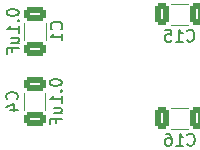
<source format=gbr>
G04 #@! TF.GenerationSoftware,KiCad,Pcbnew,9.0.1*
G04 #@! TF.CreationDate,2025-04-20T18:42:32-04:00*
G04 #@! TF.ProjectId,t41_2_power_amplifier,7434315f-325f-4706-9f77-65725f616d70,rev?*
G04 #@! TF.SameCoordinates,Original*
G04 #@! TF.FileFunction,Legend,Bot*
G04 #@! TF.FilePolarity,Positive*
%FSLAX46Y46*%
G04 Gerber Fmt 4.6, Leading zero omitted, Abs format (unit mm)*
G04 Created by KiCad (PCBNEW 9.0.1) date 2025-04-20 18:42:32*
%MOMM*%
%LPD*%
G01*
G04 APERTURE LIST*
G04 Aperture macros list*
%AMRoundRect*
0 Rectangle with rounded corners*
0 $1 Rounding radius*
0 $2 $3 $4 $5 $6 $7 $8 $9 X,Y pos of 4 corners*
0 Add a 4 corners polygon primitive as box body*
4,1,4,$2,$3,$4,$5,$6,$7,$8,$9,$2,$3,0*
0 Add four circle primitives for the rounded corners*
1,1,$1+$1,$2,$3*
1,1,$1+$1,$4,$5*
1,1,$1+$1,$6,$7*
1,1,$1+$1,$8,$9*
0 Add four rect primitives between the rounded corners*
20,1,$1+$1,$2,$3,$4,$5,0*
20,1,$1+$1,$4,$5,$6,$7,0*
20,1,$1+$1,$6,$7,$8,$9,0*
20,1,$1+$1,$8,$9,$2,$3,0*%
G04 Aperture macros list end*
%ADD10C,0.150000*%
%ADD11C,0.120000*%
%ADD12C,1.440000*%
%ADD13C,2.000000*%
%ADD14C,2.200000*%
%ADD15C,7.500000*%
%ADD16C,2.600000*%
%ADD17C,2.500000*%
%ADD18R,2.400000X2.400000*%
%ADD19C,2.400000*%
%ADD20C,2.100000*%
%ADD21RoundRect,0.250000X-0.650000X0.325000X-0.650000X-0.325000X0.650000X-0.325000X0.650000X0.325000X0*%
%ADD22RoundRect,0.250000X0.650000X-0.325000X0.650000X0.325000X-0.650000X0.325000X-0.650000X-0.325000X0*%
%ADD23RoundRect,0.250000X-0.325000X-0.650000X0.325000X-0.650000X0.325000X0.650000X-0.325000X0.650000X0*%
G04 APERTURE END LIST*
D10*
X153109580Y-92808333D02*
X153157200Y-92760714D01*
X153157200Y-92760714D02*
X153204819Y-92617857D01*
X153204819Y-92617857D02*
X153204819Y-92522619D01*
X153204819Y-92522619D02*
X153157200Y-92379762D01*
X153157200Y-92379762D02*
X153061961Y-92284524D01*
X153061961Y-92284524D02*
X152966723Y-92236905D01*
X152966723Y-92236905D02*
X152776247Y-92189286D01*
X152776247Y-92189286D02*
X152633390Y-92189286D01*
X152633390Y-92189286D02*
X152442914Y-92236905D01*
X152442914Y-92236905D02*
X152347676Y-92284524D01*
X152347676Y-92284524D02*
X152252438Y-92379762D01*
X152252438Y-92379762D02*
X152204819Y-92522619D01*
X152204819Y-92522619D02*
X152204819Y-92617857D01*
X152204819Y-92617857D02*
X152252438Y-92760714D01*
X152252438Y-92760714D02*
X152300057Y-92808333D01*
X152538152Y-93665476D02*
X153204819Y-93665476D01*
X152157200Y-93427381D02*
X152871485Y-93189286D01*
X152871485Y-93189286D02*
X152871485Y-93808333D01*
X155904819Y-91332143D02*
X155904819Y-91427381D01*
X155904819Y-91427381D02*
X155952438Y-91522619D01*
X155952438Y-91522619D02*
X156000057Y-91570238D01*
X156000057Y-91570238D02*
X156095295Y-91617857D01*
X156095295Y-91617857D02*
X156285771Y-91665476D01*
X156285771Y-91665476D02*
X156523866Y-91665476D01*
X156523866Y-91665476D02*
X156714342Y-91617857D01*
X156714342Y-91617857D02*
X156809580Y-91570238D01*
X156809580Y-91570238D02*
X156857200Y-91522619D01*
X156857200Y-91522619D02*
X156904819Y-91427381D01*
X156904819Y-91427381D02*
X156904819Y-91332143D01*
X156904819Y-91332143D02*
X156857200Y-91236905D01*
X156857200Y-91236905D02*
X156809580Y-91189286D01*
X156809580Y-91189286D02*
X156714342Y-91141667D01*
X156714342Y-91141667D02*
X156523866Y-91094048D01*
X156523866Y-91094048D02*
X156285771Y-91094048D01*
X156285771Y-91094048D02*
X156095295Y-91141667D01*
X156095295Y-91141667D02*
X156000057Y-91189286D01*
X156000057Y-91189286D02*
X155952438Y-91236905D01*
X155952438Y-91236905D02*
X155904819Y-91332143D01*
X156809580Y-92094048D02*
X156857200Y-92141667D01*
X156857200Y-92141667D02*
X156904819Y-92094048D01*
X156904819Y-92094048D02*
X156857200Y-92046429D01*
X156857200Y-92046429D02*
X156809580Y-92094048D01*
X156809580Y-92094048D02*
X156904819Y-92094048D01*
X156904819Y-93094047D02*
X156904819Y-92522619D01*
X156904819Y-92808333D02*
X155904819Y-92808333D01*
X155904819Y-92808333D02*
X156047676Y-92713095D01*
X156047676Y-92713095D02*
X156142914Y-92617857D01*
X156142914Y-92617857D02*
X156190533Y-92522619D01*
X156238152Y-93951190D02*
X156904819Y-93951190D01*
X156238152Y-93522619D02*
X156761961Y-93522619D01*
X156761961Y-93522619D02*
X156857200Y-93570238D01*
X156857200Y-93570238D02*
X156904819Y-93665476D01*
X156904819Y-93665476D02*
X156904819Y-93808333D01*
X156904819Y-93808333D02*
X156857200Y-93903571D01*
X156857200Y-93903571D02*
X156809580Y-93951190D01*
X156381009Y-94760714D02*
X156381009Y-94427381D01*
X156904819Y-94427381D02*
X155904819Y-94427381D01*
X155904819Y-94427381D02*
X155904819Y-94903571D01*
X156859580Y-86858333D02*
X156907200Y-86810714D01*
X156907200Y-86810714D02*
X156954819Y-86667857D01*
X156954819Y-86667857D02*
X156954819Y-86572619D01*
X156954819Y-86572619D02*
X156907200Y-86429762D01*
X156907200Y-86429762D02*
X156811961Y-86334524D01*
X156811961Y-86334524D02*
X156716723Y-86286905D01*
X156716723Y-86286905D02*
X156526247Y-86239286D01*
X156526247Y-86239286D02*
X156383390Y-86239286D01*
X156383390Y-86239286D02*
X156192914Y-86286905D01*
X156192914Y-86286905D02*
X156097676Y-86334524D01*
X156097676Y-86334524D02*
X156002438Y-86429762D01*
X156002438Y-86429762D02*
X155954819Y-86572619D01*
X155954819Y-86572619D02*
X155954819Y-86667857D01*
X155954819Y-86667857D02*
X156002438Y-86810714D01*
X156002438Y-86810714D02*
X156050057Y-86858333D01*
X156954819Y-87810714D02*
X156954819Y-87239286D01*
X156954819Y-87525000D02*
X155954819Y-87525000D01*
X155954819Y-87525000D02*
X156097676Y-87429762D01*
X156097676Y-87429762D02*
X156192914Y-87334524D01*
X156192914Y-87334524D02*
X156240533Y-87239286D01*
X152254819Y-85382143D02*
X152254819Y-85477381D01*
X152254819Y-85477381D02*
X152302438Y-85572619D01*
X152302438Y-85572619D02*
X152350057Y-85620238D01*
X152350057Y-85620238D02*
X152445295Y-85667857D01*
X152445295Y-85667857D02*
X152635771Y-85715476D01*
X152635771Y-85715476D02*
X152873866Y-85715476D01*
X152873866Y-85715476D02*
X153064342Y-85667857D01*
X153064342Y-85667857D02*
X153159580Y-85620238D01*
X153159580Y-85620238D02*
X153207200Y-85572619D01*
X153207200Y-85572619D02*
X153254819Y-85477381D01*
X153254819Y-85477381D02*
X153254819Y-85382143D01*
X153254819Y-85382143D02*
X153207200Y-85286905D01*
X153207200Y-85286905D02*
X153159580Y-85239286D01*
X153159580Y-85239286D02*
X153064342Y-85191667D01*
X153064342Y-85191667D02*
X152873866Y-85144048D01*
X152873866Y-85144048D02*
X152635771Y-85144048D01*
X152635771Y-85144048D02*
X152445295Y-85191667D01*
X152445295Y-85191667D02*
X152350057Y-85239286D01*
X152350057Y-85239286D02*
X152302438Y-85286905D01*
X152302438Y-85286905D02*
X152254819Y-85382143D01*
X153159580Y-86144048D02*
X153207200Y-86191667D01*
X153207200Y-86191667D02*
X153254819Y-86144048D01*
X153254819Y-86144048D02*
X153207200Y-86096429D01*
X153207200Y-86096429D02*
X153159580Y-86144048D01*
X153159580Y-86144048D02*
X153254819Y-86144048D01*
X153254819Y-87144047D02*
X153254819Y-86572619D01*
X153254819Y-86858333D02*
X152254819Y-86858333D01*
X152254819Y-86858333D02*
X152397676Y-86763095D01*
X152397676Y-86763095D02*
X152492914Y-86667857D01*
X152492914Y-86667857D02*
X152540533Y-86572619D01*
X152588152Y-88001190D02*
X153254819Y-88001190D01*
X152588152Y-87572619D02*
X153111961Y-87572619D01*
X153111961Y-87572619D02*
X153207200Y-87620238D01*
X153207200Y-87620238D02*
X153254819Y-87715476D01*
X153254819Y-87715476D02*
X153254819Y-87858333D01*
X153254819Y-87858333D02*
X153207200Y-87953571D01*
X153207200Y-87953571D02*
X153159580Y-88001190D01*
X152731009Y-88810714D02*
X152731009Y-88477381D01*
X153254819Y-88477381D02*
X152254819Y-88477381D01*
X152254819Y-88477381D02*
X152254819Y-88953571D01*
X167517857Y-87809580D02*
X167565476Y-87857200D01*
X167565476Y-87857200D02*
X167708333Y-87904819D01*
X167708333Y-87904819D02*
X167803571Y-87904819D01*
X167803571Y-87904819D02*
X167946428Y-87857200D01*
X167946428Y-87857200D02*
X168041666Y-87761961D01*
X168041666Y-87761961D02*
X168089285Y-87666723D01*
X168089285Y-87666723D02*
X168136904Y-87476247D01*
X168136904Y-87476247D02*
X168136904Y-87333390D01*
X168136904Y-87333390D02*
X168089285Y-87142914D01*
X168089285Y-87142914D02*
X168041666Y-87047676D01*
X168041666Y-87047676D02*
X167946428Y-86952438D01*
X167946428Y-86952438D02*
X167803571Y-86904819D01*
X167803571Y-86904819D02*
X167708333Y-86904819D01*
X167708333Y-86904819D02*
X167565476Y-86952438D01*
X167565476Y-86952438D02*
X167517857Y-87000057D01*
X166565476Y-87904819D02*
X167136904Y-87904819D01*
X166851190Y-87904819D02*
X166851190Y-86904819D01*
X166851190Y-86904819D02*
X166946428Y-87047676D01*
X166946428Y-87047676D02*
X167041666Y-87142914D01*
X167041666Y-87142914D02*
X167136904Y-87190533D01*
X165660714Y-86904819D02*
X166136904Y-86904819D01*
X166136904Y-86904819D02*
X166184523Y-87381009D01*
X166184523Y-87381009D02*
X166136904Y-87333390D01*
X166136904Y-87333390D02*
X166041666Y-87285771D01*
X166041666Y-87285771D02*
X165803571Y-87285771D01*
X165803571Y-87285771D02*
X165708333Y-87333390D01*
X165708333Y-87333390D02*
X165660714Y-87381009D01*
X165660714Y-87381009D02*
X165613095Y-87476247D01*
X165613095Y-87476247D02*
X165613095Y-87714342D01*
X165613095Y-87714342D02*
X165660714Y-87809580D01*
X165660714Y-87809580D02*
X165708333Y-87857200D01*
X165708333Y-87857200D02*
X165803571Y-87904819D01*
X165803571Y-87904819D02*
X166041666Y-87904819D01*
X166041666Y-87904819D02*
X166136904Y-87857200D01*
X166136904Y-87857200D02*
X166184523Y-87809580D01*
X167542857Y-96609580D02*
X167590476Y-96657200D01*
X167590476Y-96657200D02*
X167733333Y-96704819D01*
X167733333Y-96704819D02*
X167828571Y-96704819D01*
X167828571Y-96704819D02*
X167971428Y-96657200D01*
X167971428Y-96657200D02*
X168066666Y-96561961D01*
X168066666Y-96561961D02*
X168114285Y-96466723D01*
X168114285Y-96466723D02*
X168161904Y-96276247D01*
X168161904Y-96276247D02*
X168161904Y-96133390D01*
X168161904Y-96133390D02*
X168114285Y-95942914D01*
X168114285Y-95942914D02*
X168066666Y-95847676D01*
X168066666Y-95847676D02*
X167971428Y-95752438D01*
X167971428Y-95752438D02*
X167828571Y-95704819D01*
X167828571Y-95704819D02*
X167733333Y-95704819D01*
X167733333Y-95704819D02*
X167590476Y-95752438D01*
X167590476Y-95752438D02*
X167542857Y-95800057D01*
X166590476Y-96704819D02*
X167161904Y-96704819D01*
X166876190Y-96704819D02*
X166876190Y-95704819D01*
X166876190Y-95704819D02*
X166971428Y-95847676D01*
X166971428Y-95847676D02*
X167066666Y-95942914D01*
X167066666Y-95942914D02*
X167161904Y-95990533D01*
X165733333Y-95704819D02*
X165923809Y-95704819D01*
X165923809Y-95704819D02*
X166019047Y-95752438D01*
X166019047Y-95752438D02*
X166066666Y-95800057D01*
X166066666Y-95800057D02*
X166161904Y-95942914D01*
X166161904Y-95942914D02*
X166209523Y-96133390D01*
X166209523Y-96133390D02*
X166209523Y-96514342D01*
X166209523Y-96514342D02*
X166161904Y-96609580D01*
X166161904Y-96609580D02*
X166114285Y-96657200D01*
X166114285Y-96657200D02*
X166019047Y-96704819D01*
X166019047Y-96704819D02*
X165828571Y-96704819D01*
X165828571Y-96704819D02*
X165733333Y-96657200D01*
X165733333Y-96657200D02*
X165685714Y-96609580D01*
X165685714Y-96609580D02*
X165638095Y-96514342D01*
X165638095Y-96514342D02*
X165638095Y-96276247D01*
X165638095Y-96276247D02*
X165685714Y-96181009D01*
X165685714Y-96181009D02*
X165733333Y-96133390D01*
X165733333Y-96133390D02*
X165828571Y-96085771D01*
X165828571Y-96085771D02*
X166019047Y-96085771D01*
X166019047Y-96085771D02*
X166114285Y-96133390D01*
X166114285Y-96133390D02*
X166161904Y-96181009D01*
X166161904Y-96181009D02*
X166209523Y-96276247D01*
D11*
X153690000Y-93686252D02*
X153690000Y-92263748D01*
X155510000Y-93686252D02*
X155510000Y-92263748D01*
X153740000Y-86313748D02*
X153740000Y-87736252D01*
X155560000Y-86313748D02*
X155560000Y-87736252D01*
X166163748Y-84690000D02*
X167586252Y-84690000D01*
X166163748Y-86510000D02*
X167586252Y-86510000D01*
X166188748Y-93490000D02*
X167611252Y-93490000D01*
X166188748Y-95310000D02*
X167611252Y-95310000D01*
%LPC*%
D12*
X134450000Y-77900000D03*
X134450000Y-75360000D03*
X134450000Y-72820000D03*
D13*
X127200000Y-87000000D03*
X127200000Y-93000000D03*
X143200000Y-93000000D03*
D14*
X143200000Y-90000000D03*
D13*
X143200000Y-87000000D03*
D15*
X188000000Y-59000000D03*
D13*
X162700000Y-94400000D03*
X162700000Y-100400000D03*
X182700000Y-100400000D03*
X182700000Y-94400000D03*
D12*
X132700000Y-105550000D03*
X132700000Y-103010000D03*
X132700000Y-100470000D03*
D13*
X162700000Y-79600000D03*
X162700000Y-85600000D03*
X182700000Y-85600000D03*
X182700000Y-79600000D03*
D15*
X120000000Y-59000000D03*
X188000000Y-142000000D03*
D16*
X184460000Y-67460000D03*
X184460000Y-72540000D03*
X189540000Y-67460000D03*
X189540000Y-72540000D03*
D17*
X187100000Y-69925000D03*
D18*
X123600000Y-127800000D03*
D19*
X123600000Y-132800000D03*
D16*
X117950000Y-84500000D03*
X117950000Y-89580000D03*
X123030000Y-84500000D03*
X123030000Y-89580000D03*
D17*
X120590000Y-86965000D03*
D20*
X120900000Y-117500000D03*
X120900000Y-120000000D03*
D15*
X120000000Y-142000000D03*
D13*
X151000000Y-87000000D03*
D14*
X151000000Y-90000000D03*
D13*
X151000000Y-93000000D03*
D21*
X154600000Y-91500000D03*
X154600000Y-94450000D03*
D22*
X154650000Y-88500000D03*
X154650000Y-85550000D03*
D23*
X165400000Y-85600000D03*
X168350000Y-85600000D03*
X165425000Y-94400000D03*
X168375000Y-94400000D03*
%LPD*%
M02*

</source>
